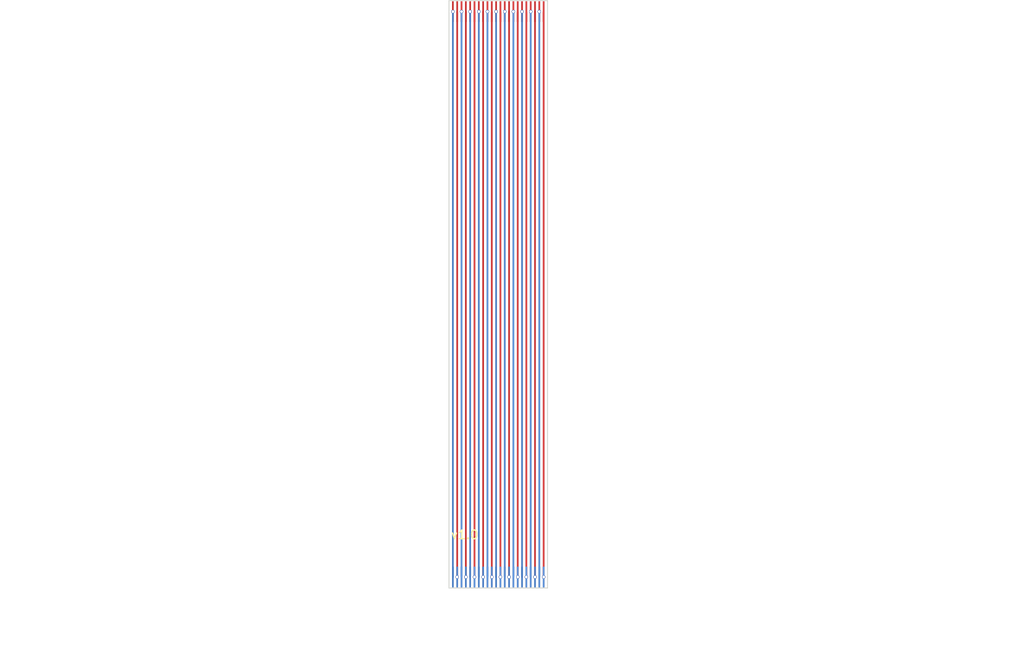
<source format=kicad_pcb>
(kicad_pcb (version 20221018) (generator pcbnew)
  (layers (0 "F.Cu" signal) (31 "B.Cu" signal) (34 "B.Paste" user) (35 "F.Paste" user) (36 "B.SilkS" user "B.Silkscreen") (37 "F.SilkS" user "F.Silkscreen") (38 "B.Mask" user) (39 "F.Mask" user) (44 "Edge.Cuts" user))
  (net 0 "")
  (net 1 "1")
  (net 2 "2")
  (net 3 "3")
  (net 4 "4")
  (net 5 "5")
  (net 6 "6")
  (net 7 "7")
  (net 8 "8")
  (net 9 "9")
  (net 10 "10")
  (net 11 "11")
  (net 12 "12")
  (net 13 "13")
  (net 14 "14")
  (net 15 "15")
  (net 16 "16")
  (net 17 "17")
  (net 18 "18")
  (net 19 "19")
  (net 20 "20")
  (net 21 "21")
  (net 22 "22")
  (footprint "STS_connector:flex_con_edu" (layer "F.Cu") (at 130 70.62)
    (fp_text reference "J1" hide)
    (fp_text value "Conn_01x22_Male")
    (pad "1" smd rect (at 0.45 -3.35) (size 0.2 2.4) (layers "F.Cu" "F.Paste" "F.Mask") (net 1 "1"))
    (pad "2" smd rect (at 0.95 -3.35) (size 0.2 2.4) (layers "F.Cu" "F.Paste" "F.Mask") (net 2 "2"))
    (pad "3" smd rect (at 1.45 -3.35) (size 0.2 2.4) (layers "F.Cu" "F.Paste" "F.Mask") (net 3 "3"))
    (pad "4" smd rect (at 1.95 -3.35) (size 0.2 2.4) (layers "F.Cu" "F.Paste" "F.Mask") (net 4 "4"))
    (pad "5" smd rect (at 2.45 -3.35) (size 0.2 2.4) (layers "F.Cu" "F.Paste" "F.Mask") (net 5 "5"))
    (pad "6" smd rect (at 2.95 -3.35) (size 0.2 2.4) (layers "F.Cu" "F.Paste" "F.Mask") (net 6 "6"))
    (pad "7" smd rect (at 3.45 -3.35) (size 0.2 2.4) (layers "F.Cu" "F.Paste" "F.Mask") (net 7 "7"))
    (pad "8" smd rect (at 3.95 -3.35) (size 0.2 2.4) (layers "F.Cu" "F.Paste" "F.Mask") (net 8 "8"))
    (pad "9" smd rect (at 4.45 -3.35) (size 0.2 2.4) (layers "F.Cu" "F.Paste" "F.Mask") (net 9 "9"))
    (pad "10" smd rect (at 4.95 -3.35) (size 0.2 2.4) (layers "F.Cu" "F.Paste" "F.Mask") (net 10 "10"))
    (pad "11" smd rect (at 5.45 -3.35) (size 0.2 2.4) (layers "F.Cu" "F.Paste" "F.Mask") (net 11 "11"))
    (pad "12" smd rect (at 5.95 -3.35) (size 0.2 2.4) (layers "F.Cu" "F.Paste" "F.Mask") (net 12 "12"))
    (pad "13" smd rect (at 6.45 -3.35) (size 0.2 2.4) (layers "F.Cu" "F.Paste" "F.Mask") (net 13 "13"))
    (pad "14" smd rect (at 6.95 -3.35) (size 0.2 2.4) (layers "F.Cu" "F.Paste" "F.Mask") (net 14 "14"))
    (pad "15" smd rect (at 7.45 -3.35) (size 0.2 2.4) (layers "F.Cu" "F.Paste" "F.Mask") (net 15 "15"))
    (pad "16" smd rect (at 7.95 -3.35) (size 0.2 2.4) (layers "F.Cu" "F.Paste" "F.Mask") (net 16 "16"))
    (pad "17" smd rect (at 8.45 -3.35) (size 0.2 2.4) (layers "F.Cu" "F.Paste" "F.Mask") (net 17 "17"))
    (pad "18" smd rect (at 8.95 -3.35) (size 0.2 2.4) (layers "F.Cu" "F.Paste" "F.Mask") (net 18 "18"))
    (pad "19" smd rect (at 9.45 -3.35) (size 0.2 2.4) (layers "F.Cu" "F.Paste" "F.Mask") (net 19 "19"))
    (pad "20" smd rect (at 9.95 -3.35) (size 0.2 2.4) (layers "F.Cu" "F.Paste" "F.Mask") (net 20 "20"))
    (pad "21" smd rect (at 10.45 -3.35) (size 0.2 2.4) (layers "F.Cu" "F.Paste" "F.Mask") (net 21 "21"))
    (pad "22" smd rect (at 10.95 -3.35) (size 0.2 2.4) (layers "F.Cu" "F.Paste" "F.Mask") (net 22 "22"))
  )
  (footprint "STS_connector:flex_con_edu" (layer "B.Cu") (at 130 129.38)
    (fp_text reference "J2" hide)
    (fp_text value "Conn_01x22_Male")
    (pad "1" smd rect (at 0.45 3.35) (size 0.2 2.4) (layers "B.Cu" "B.Paste" "B.Mask") (net 1 "1"))
    (pad "2" smd rect (at 0.95 3.35) (size 0.2 2.4) (layers "B.Cu" "B.Paste" "B.Mask") (net 2 "2"))
    (pad "3" smd rect (at 1.45 3.35) (size 0.2 2.4) (layers "B.Cu" "B.Paste" "B.Mask") (net 3 "3"))
    (pad "4" smd rect (at 1.95 3.35) (size 0.2 2.4) (layers "B.Cu" "B.Paste" "B.Mask") (net 4 "4"))
    (pad "5" smd rect (at 2.45 3.35) (size 0.2 2.4) (layers "B.Cu" "B.Paste" "B.Mask") (net 5 "5"))
    (pad "6" smd rect (at 2.95 3.35) (size 0.2 2.4) (layers "B.Cu" "B.Paste" "B.Mask") (net 6 "6"))
    (pad "7" smd rect (at 3.45 3.35) (size 0.2 2.4) (layers "B.Cu" "B.Paste" "B.Mask") (net 7 "7"))
    (pad "8" smd rect (at 3.95 3.35) (size 0.2 2.4) (layers "B.Cu" "B.Paste" "B.Mask") (net 8 "8"))
    (pad "9" smd rect (at 4.45 3.35) (size 0.2 2.4) (layers "B.Cu" "B.Paste" "B.Mask") (net 9 "9"))
    (pad "10" smd rect (at 4.95 3.35) (size 0.2 2.4) (layers "B.Cu" "B.Paste" "B.Mask") (net 10 "10"))
    (pad "11" smd rect (at 5.45 3.35) (size 0.2 2.4) (layers "B.Cu" "B.Paste" "B.Mask") (net 11 "11"))
    (pad "12" smd rect (at 5.95 3.35) (size 0.2 2.4) (layers "B.Cu" "B.Paste" "B.Mask") (net 12 "12"))
    (pad "13" smd rect (at 6.45 3.35) (size 0.2 2.4) (layers "B.Cu" "B.Paste" "B.Mask") (net 13 "13"))
    (pad "14" smd rect (at 6.95 3.35) (size 0.2 2.4) (layers "B.Cu" "B.Paste" "B.Mask") (net 14 "14"))
    (pad "15" smd rect (at 7.45 3.35) (size 0.2 2.4) (layers "B.Cu" "B.Paste" "B.Mask") (net 15 "15"))
    (pad "16" smd rect (at 7.95 3.35) (size 0.2 2.4) (layers "B.Cu" "B.Paste" "B.Mask") (net 16 "16"))
    (pad "17" smd rect (at 8.45 3.35) (size 0.2 2.4) (layers "B.Cu" "B.Paste" "B.Mask") (net 17 "17"))
    (pad "18" smd rect (at 8.95 3.35) (size 0.2 2.4) (layers "B.Cu" "B.Paste" "B.Mask") (net 18 "18"))
    (pad "19" smd rect (at 9.45 3.35) (size 0.2 2.4) (layers "B.Cu" "B.Paste" "B.Mask") (net 19 "19"))
    (pad "20" smd rect (at 9.95 3.35) (size 0.2 2.4) (layers "B.Cu" "B.Paste" "B.Mask") (net 20 "20"))
    (pad "21" smd rect (at 10.45 3.35) (size 0.2 2.4) (layers "B.Cu" "B.Paste" "B.Mask") (net 21 "21"))
    (pad "22" smd rect (at 10.95 3.35) (size 0.2 2.4) (layers "B.Cu" "B.Paste" "B.Mask") (net 22 "22"))
  )
  (gr_line (start 130 66) (end 141.4 66) (stroke (width 0.1)) (layer "Edge.Cuts"))
  (gr_line (start 141.4 134) (end 141.4 66) (stroke (width 0.1)) (layer "Edge.Cuts"))
  (gr_line (start 130 134) (end 130 66) (stroke (width 0.1)) (layer "Edge.Cuts"))
  (gr_line (start 130 134) (end 141.4 134) (stroke (width 0.1)) (layer "Edge.Cuts"))
  (gr_text "v1.0" (at 130.1496 128.4224) (layer "F.SilkS") (effects (font (size 1 1)) (justify left bottom)))
  (via (at 130.45 67.27) (size 0.4) (drill 0.3) (layers "F.Cu" "B.Cu") (net 1))
  (segment (start 130.45 132.73) (end 130.45 67.27) (width 0.2) (layer "B.Cu") (net 1))
  (segment (start 130.95 67.27) (end 130.95 132.73) (width 0.2) (layer "F.Cu") (net 2))
  (via (at 130.95 132.73) (size 0.4) (drill 0.3) (layers "F.Cu" "B.Cu") (net 2))
  (via (at 131.45 67.27) (size 0.4) (drill 0.3) (layers "F.Cu" "B.Cu") (net 3))
  (segment (start 131.45 132.73) (end 131.45 67.27) (width 0.2) (layer "B.Cu") (net 3))
  (segment (start 131.95 67.27) (end 131.95 132.73) (width 0.2) (layer "F.Cu") (net 4))
  (via (at 131.95 132.73) (size 0.4) (drill 0.3) (layers "F.Cu" "B.Cu") (net 4))
  (via (at 132.45 67.27) (size 0.4) (drill 0.3) (layers "F.Cu" "B.Cu") (net 5))
  (segment (start 132.45 132.73) (end 132.45 67.27) (width 0.2) (layer "B.Cu") (net 5))
  (segment (start 132.95 67.27) (end 132.95 132.73) (width 0.2) (layer "F.Cu") (net 6))
  (via (at 132.95 132.73) (size 0.4) (drill 0.3) (layers "F.Cu" "B.Cu") (net 6))
  (via (at 133.45 67.27) (size 0.4) (drill 0.3) (layers "F.Cu" "B.Cu") (net 7))
  (segment (start 133.45 132.73) (end 133.45 67.27) (width 0.2) (layer "B.Cu") (net 7))
  (segment (start 133.95 67.27) (end 133.95 132.73) (width 0.2) (layer "F.Cu") (net 8))
  (via (at 133.95 132.73) (size 0.4) (drill 0.3) (layers "F.Cu" "B.Cu") (net 8))
  (via (at 134.45 67.27) (size 0.4) (drill 0.3) (layers "F.Cu" "B.Cu") (net 9))
  (segment (start 134.45 132.73) (end 134.45 67.27) (width 0.2) (layer "B.Cu") (net 9))
  (segment (start 134.95 67.27) (end 134.95 132.73) (width 0.2) (layer "F.Cu") (net 10))
  (via (at 134.95 132.73) (size 0.4) (drill 0.3) (layers "F.Cu" "B.Cu") (net 10))
  (via (at 135.45 67.27) (size 0.4) (drill 0.3) (layers "F.Cu" "B.Cu") (net 11))
  (segment (start 135.45 132.73) (end 135.45 67.27) (width 0.2) (layer "B.Cu") (net 11))
  (segment (start 135.95 67.27) (end 135.95 132.73) (width 0.2) (layer "F.Cu") (net 12))
  (via (at 135.95 132.73) (size 0.4) (drill 0.3) (layers "F.Cu" "B.Cu") (net 12))
  (via (at 136.45 67.27) (size 0.4) (drill 0.3) (layers "F.Cu" "B.Cu") (net 13))
  (segment (start 136.45 132.73) (end 136.45 67.27) (width 0.2) (layer "B.Cu") (net 13))
  (segment (start 136.95 67.27) (end 136.95 132.73) (width 0.2) (layer "F.Cu") (net 14))
  (via (at 136.95 132.73) (size 0.4) (drill 0.3) (layers "F.Cu" "B.Cu") (net 14))
  (via (at 137.45 67.27) (size 0.4) (drill 0.3) (layers "F.Cu" "B.Cu") (net 15))
  (segment (start 137.45 132.73) (end 137.45 67.27) (width 0.2) (layer "B.Cu") (net 15))
  (segment (start 137.95 67.27) (end 137.95 132.73) (width 0.2) (layer "F.Cu") (net 16))
  (via (at 137.95 132.73) (size 0.4) (drill 0.3) (layers "F.Cu" "B.Cu") (net 16))
  (via (at 138.45 67.27) (size 0.4) (drill 0.3) (layers "F.Cu" "B.Cu") (net 17))
  (segment (start 138.45 132.73) (end 138.45 67.27) (width 0.2) (layer "B.Cu") (net 17))
  (segment (start 138.95 67.27) (end 138.95 132.73) (width 0.2) (layer "F.Cu") (net 18))
  (via (at 138.95 132.73) (size 0.4) (drill 0.3) (layers "F.Cu" "B.Cu") (net 18))
  (via (at 139.45 67.27) (size 0.4) (drill 0.3) (layers "F.Cu" "B.Cu") (net 19))
  (segment (start 139.45 132.73) (end 139.45 67.27) (width 0.2) (layer "B.Cu") (net 19))
  (segment (start 139.95 67.27) (end 139.95 132.73) (width 0.2) (layer "F.Cu") (net 20))
  (via (at 139.95 132.73) (size 0.4) (drill 0.3) (layers "F.Cu" "B.Cu") (net 20))
  (via (at 140.45 67.27) (size 0.4) (drill 0.3) (layers "F.Cu" "B.Cu") (net 21))
  (segment (start 140.45 132.73) (end 140.45 67.27) (width 0.2) (layer "B.Cu") (net 21))
  (segment (start 140.95 67.27) (end 140.95 132.73) (width 0.2) (layer "F.Cu") (net 22))
  (via (at 140.95 132.73) (size 0.4) (drill 0.3) (layers "F.Cu" "B.Cu") (net 22))
)
</source>
